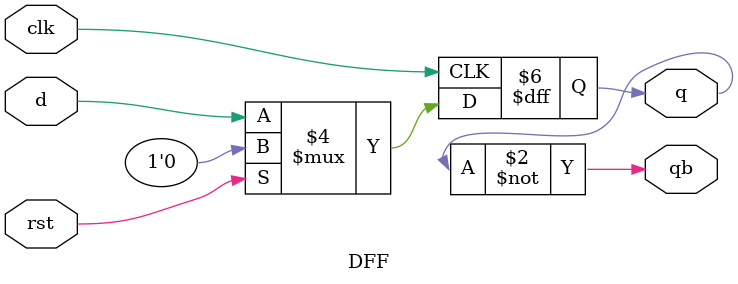
<source format=v>
module DFF(d,clk,rst,q,qb );
input d,clk,rst;
output reg q;
output qb;
always@(posedge clk)
begin
if(rst)
q<=0;
else
q<=d;
#10;
end
assign qb=~q;
endmodule

</source>
